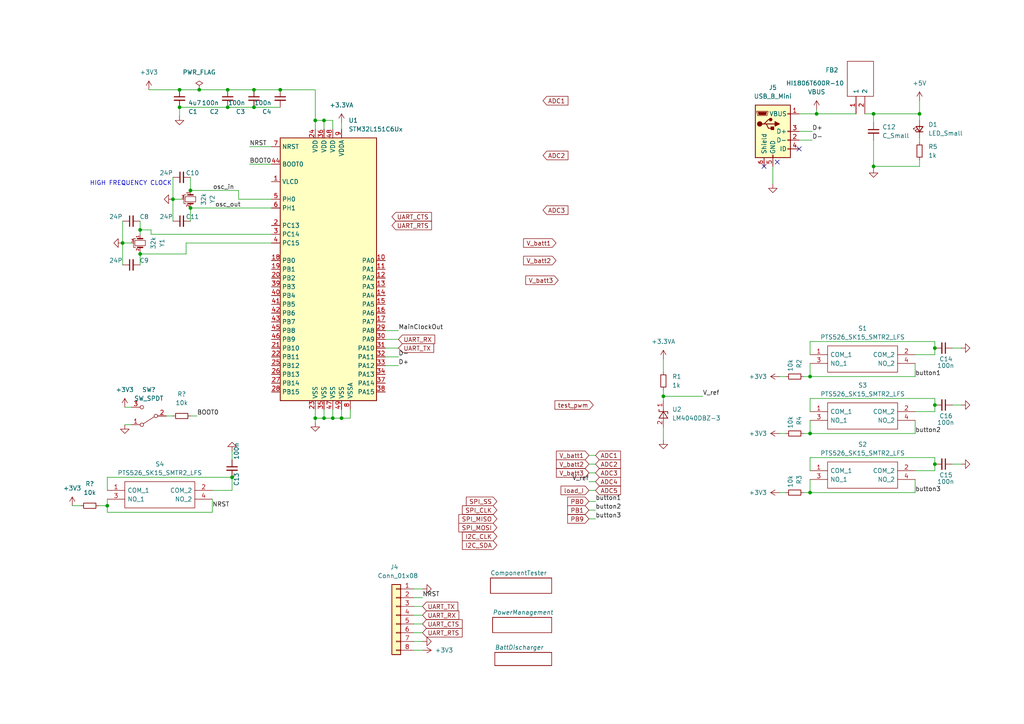
<source format=kicad_sch>
(kicad_sch (version 20211123) (generator eeschema)
  (paper "A4")
  (title_block (title "STM32-Li-ion-charger-dischager-LCD") (rev "2"))
  (lib_symbols
    (symbol "Connector:USB_B_Mini" (pin_names (offset 1.016))
      (property "Reference" "J" (at -5.08 11.43 0))
      (property "Value" "USB_B_Mini" (at -5.08 8.89 0))
      (symbol "USB_B_Mini_0_1"
        (rectangle (start -5.08 -7.62) (end 5.08 7.62) (stroke (width 0.254)) (fill (type background)))
        (circle (center -3.81 2.159) (radius 0.635) (stroke (width 0.254)) (fill (type outline)))
        (circle (center -0.635 3.429) (radius 0.381) (stroke (width 0.254)) (fill (type outline)))
        (rectangle (start -0.127 -7.62) (end 0.127 -6.858))
        (polyline (pts (xy -1.905 2.159) (xy 0.635 2.159)) (stroke (width 0.254)))
        (polyline (pts (xy -3.175 2.159) (xy -2.54 2.159) (xy -1.27 3.429) (xy -0.635 3.429)) (stroke (width 0.254)))
        (polyline (pts (xy -2.54 2.159) (xy -1.905 2.159) (xy -1.27 0.889) (xy 0 0.889)) (stroke (width 0.254)))
        (polyline (pts (xy 0.635 2.794) (xy 0.635 1.524) (xy 1.905 2.159) (xy 0.635 2.794)) (stroke (width 0.254)) (fill (type outline)))
        (polyline (pts (xy -4.318 5.588) (xy -1.778 5.588) (xy -2.032 4.826) (xy -4.064 4.826) (xy -4.318 5.588)) (fill (type outline)))
        (polyline (pts (xy -4.699 5.842) (xy -4.699 5.588) (xy -4.445 4.826) (xy -4.445 4.572) (xy -1.651 4.572) (xy -1.651 4.826) (xy -1.397 5.588) (xy -1.397 5.842) (xy -4.699 5.842)))
        (rectangle (start 0.254 1.27) (end -0.508 0.508) (stroke (width 0.254)) (fill (type outline)))
        (rectangle (start 5.08 -5.207) (end 4.318 -4.953))
        (rectangle (start 5.08 -2.667) (end 4.318 -2.413))
        (rectangle (start 5.08 -0.127) (end 4.318 0.127))
        (rectangle (start 5.08 4.953) (end 4.318 5.207))
      )
      (symbol "USB_B_Mini_1_1"
        (pin power_out line (at 7.62 5.08 180) (length 2.54) (name "VBUS") (number "1"))
        (pin bidirectional line (at 7.62 -2.54 180) (length 2.54) (name "D-") (number "2"))
        (pin bidirectional line (at 7.62 0 180) (length 2.54) (name "D+") (number "3"))
        (pin passive line (at 7.62 -5.08 180) (length 2.54) (name "ID") (number "4"))
        (pin power_out line (at 0 -10.16 90) (length 2.54) (name "GND") (number "5"))
        (pin passive line (at -2.54 -10.16 90) (length 2.54) (name "Shield") (number "6"))
      )
    )
    (symbol "Connector_Generic:Conn_01x08" (pin_names (offset 1.016) hide)
      (property "Reference" "J" (at 0 10.16 0))
      (property "Value" "Conn_01x08" (at 0 -12.7 0))
      (symbol "Conn_01x08_1_1"
        (rectangle (start -1.27 -10.033) (end 0 -10.287) (stroke (width 0.1524)))
        (rectangle (start -1.27 -7.493) (end 0 -7.747) (stroke (width 0.1524)))
        (rectangle (start -1.27 -4.953) (end 0 -5.207) (stroke (width 0.1524)))
        (rectangle (start -1.27 -2.413) (end 0 -2.667) (stroke (width 0.1524)))
        (rectangle (start -1.27 0.127) (end 0 -0.127) (stroke (width 0.1524)))
        (rectangle (start -1.27 2.667) (end 0 2.413) (stroke (width 0.1524)))
        (rectangle (start -1.27 5.207) (end 0 4.953) (stroke (width 0.1524)))
        (rectangle (start -1.27 7.747) (end 0 7.493) (stroke (width 0.1524)))
        (rectangle (start -1.27 8.89) (end 1.27 -11.43) (stroke (width 0.254)) (fill (type background)))
        (pin passive line (at -5.08 7.62 0) (length 3.81) (name "Pin_1") (number "1"))
        (pin passive line (at -5.08 5.08 0) (length 3.81) (name "Pin_2") (number "2"))
        (pin passive line (at -5.08 2.54 0) (length 3.81) (name "Pin_3") (number "3"))
        (pin passive line (at -5.08 0 0) (length 3.81) (name "Pin_4") (number "4"))
        (pin passive line (at -5.08 -2.54 0) (length 3.81) (name "Pin_5") (number "5"))
        (pin passive line (at -5.08 -5.08 0) (length 3.81) (name "Pin_6") (number "6"))
        (pin passive line (at -5.08 -7.62 0) (length 3.81) (name "Pin_7") (number "7"))
        (pin passive line (at -5.08 -10.16 0) (length 3.81) (name "Pin_8") (number "8"))
      )
    )
    (symbol "Device:C_Small" (pin_numbers hide) (pin_names (offset 0.254) hide)
      (property "Reference" "C" (at 0.254 1.778 0))
      (property "Value" "C_Small" (at 0.254 -2.032 0))
      (symbol "C_Small_0_1"
        (polyline (pts (xy -1.524 -0.508) (xy 1.524 -0.508)) (stroke (width 0.3302)))
        (polyline (pts (xy -1.524 0.508) (xy 1.524 0.508)) (stroke (width 0.3048)))
      )
      (symbol "C_Small_1_1"
        (pin passive line (at 0 2.54 270) (length 2.032) (name "~") (number "1"))
        (pin passive line (at 0 -2.54 90) (length 2.032) (name "~") (number "2"))
      )
    )
    (symbol "Device:Crystal_GND3_Small" (pin_names (offset 1.016) hide)
      (property "Reference" "Y" (at 0 5.08 0))
      (property "Value" "Crystal_GND3_Small" (at 0 3.175 0))
      (symbol "Crystal_GND3_Small_0_1"
        (rectangle (start -0.762 -1.524) (end 0.762 1.524))
        (polyline (pts (xy -1.27 -0.762) (xy -1.27 0.762)) (stroke (width 0.381)))
        (polyline (pts (xy 1.27 -0.762) (xy 1.27 0.762)) (stroke (width 0.381)))
        (polyline (pts (xy -1.27 -1.27) (xy -1.27 -1.905) (xy 1.27 -1.905) (xy 1.27 -1.27)))
      )
      (symbol "Crystal_GND3_Small_1_1"
        (pin passive line (at -2.54 0 0) (length 1.27) (name "1") (number "1"))
        (pin passive line (at 2.54 0 180) (length 1.27) (name "2") (number "2"))
        (pin passive line (at 0 -2.54 90) (length 0.635) (name "3") (number "3"))
      )
    )
    (symbol "Device:LED_Small" (pin_numbers hide) (pin_names (offset 0.254) hide)
      (property "Reference" "D" (at -1.27 3.175 0))
      (property "Value" "LED_Small" (at -4.445 -2.54 0))
      (symbol "LED_Small_0_1"
        (polyline (pts (xy -0.762 -1.016) (xy -0.762 1.016)) (stroke (width 0.254)))
        (polyline (pts (xy 1.016 0) (xy -0.762 0)))
        (polyline (pts (xy 0.762 -1.016) (xy -0.762 0) (xy 0.762 1.016) (xy 0.762 -1.016)) (stroke (width 0.254)))
        (polyline (pts (xy 0 0.762) (xy -0.508 1.27) (xy -0.254 1.27) (xy -0.508 1.27) (xy -0.508 1.016)))
        (polyline (pts (xy 0.508 1.27) (xy 0 1.778) (xy 0.254 1.778) (xy 0 1.778) (xy 0 1.524)))
      )
      (symbol "LED_Small_1_1"
        (pin passive line (at -2.54 0 0) (length 1.778) (name "K") (number "1"))
        (pin passive line (at 2.54 0 180) (length 1.778) (name "A") (number "2"))
      )
    )
    (symbol "Device:R_Small" (pin_numbers hide) (pin_names (offset 0.254) hide)
      (property "Reference" "R" (at 0.762 0.508 0))
      (property "Value" "R_Small" (at 0.762 -1.016 0))
      (symbol "R_Small_0_1"
        (rectangle (start -0.762 1.778) (end 0.762 -1.778) (stroke (width 0.2032)))
      )
      (symbol "R_Small_1_1"
        (pin passive line (at 0 2.54 270) (length 0.762) (name "~") (number "1"))
        (pin passive line (at 0 -2.54 90) (length 0.762) (name "~") (number "2"))
      )
    )
    (symbol "MCU_ST_STM32L1:STM32L151C6Ux"
      (property "Reference" "U" (at -15.24 39.37 0))
      (property "Value" "STM32L151C6Ux" (at 5.08 39.37 0))
      (symbol "STM32L151C6Ux_0_1"
        (rectangle (start -15.24 -38.1) (end 12.7 38.1) (stroke (width 0.254)) (fill (type background)))
      )
      (symbol "STM32L151C6Ux_1_1"
        (pin power_in line (at -17.78 25.4 0) (length 2.54) (name "VLCD") (number "1"))
        (pin bidirectional line (at 15.24 2.54 180) (length 2.54) (name "PA0") (number "10"))
        (pin bidirectional line (at 15.24 0 180) (length 2.54) (name "PA1") (number "11"))
        (pin bidirectional line (at 15.24 -2.54 180) (length 2.54) (name "PA2") (number "12"))
        (pin bidirectional line (at 15.24 -5.08 180) (length 2.54) (name "PA3") (number "13"))
        (pin bidirectional line (at 15.24 -7.62 180) (length 2.54) (name "PA4") (number "14"))
        (pin bidirectional line (at 15.24 -10.16 180) (length 2.54) (name "PA5") (number "15"))
        (pin bidirectional line (at 15.24 -12.7 180) (length 2.54) (name "PA6") (number "16"))
        (pin bidirectional line (at 15.24 -15.24 180) (length 2.54) (name "PA7") (number "17"))
        (pin bidirectional line (at -17.78 2.54 0) (length 2.54) (name "PB0") (number "18"))
        (pin bidirectional line (at -17.78 0 0) (length 2.54) (name "PB1") (number "19"))
        (pin bidirectional line (at -17.78 12.7 0) (length 2.54) (name "PC13") (number "2"))
        (pin bidirectional line (at -17.78 -2.54 0) (length 2.54) (name "PB2") (number "20"))
        (pin bidirectional line (at -17.78 -22.86 0) (length 2.54) (name "PB10") (number "21"))
        (pin bidirectional line (at -17.78 -25.4 0) (length 2.54) (name "PB11") (number "22"))
        (pin power_in line (at -5.08 -40.64 90) (length 2.54) (name "VSS") (number "23"))
        (pin power_in line (at -5.08 40.64 270) (length 2.54) (name "VDD") (number "24"))
        (pin bidirectional line (at -17.78 -27.94 0) (length 2.54) (name "PB12") (number "25"))
        (pin bidirectional line (at -17.78 -30.48 0) (length 2.54) (name "PB13") (number "26"))
        (pin bidirectional line (at -17.78 -33.02 0) (length 2.54) (name "PB14") (number "27"))
        (pin bidirectional line (at -17.78 -35.56 0) (length 2.54) (name "PB15") (number "28"))
        (pin bidirectional line (at 15.24 -17.78 180) (length 2.54) (name "PA8") (number "29"))
        (pin bidirectional line (at -17.78 10.16 0) (length 2.54) (name "PC14") (number "3"))
        (pin bidirectional line (at 15.24 -20.32 180) (length 2.54) (name "PA9") (number "30"))
        (pin bidirectional line (at 15.24 -22.86 180) (length 2.54) (name "PA10") (number "31"))
        (pin bidirectional line (at 15.24 -25.4 180) (length 2.54) (name "PA11") (number "32"))
        (pin bidirectional line (at 15.24 -27.94 180) (length 2.54) (name "PA12") (number "33"))
        (pin bidirectional line (at 15.24 -30.48 180) (length 2.54) (name "PA13") (number "34"))
        (pin power_in line (at -2.54 -40.64 90) (length 2.54) (name "VSS") (number "35"))
        (pin power_in line (at -2.54 40.64 270) (length 2.54) (name "VDD") (number "36"))
        (pin bidirectional line (at 15.24 -33.02 180) (length 2.54) (name "PA14") (number "37"))
        (pin bidirectional line (at 15.24 -35.56 180) (length 2.54) (name "PA15") (number "38"))
        (pin bidirectional line (at -17.78 -5.08 0) (length 2.54) (name "PB3") (number "39"))
        (pin bidirectional line (at -17.78 7.62 0) (length 2.54) (name "PC15") (number "4"))
        (pin bidirectional line (at -17.78 -7.62 0) (length 2.54) (name "PB4") (number "40"))
        (pin bidirectional line (at -17.78 -10.16 0) (length 2.54) (name "PB5") (number "41"))
        (pin bidirectional line (at -17.78 -12.7 0) (length 2.54) (name "PB6") (number "42"))
        (pin bidirectional line (at -17.78 -15.24 0) (length 2.54) (name "PB7") (number "43"))
        (pin input line (at -17.78 30.48 0) (length 2.54) (name "BOOT0") (number "44"))
        (pin bidirectional line (at -17.78 -17.78 0) (length 2.54) (name "PB8") (number "45"))
        (pin bidirectional line (at -17.78 -20.32 0) (length 2.54) (name "PB9") (number "46"))
        (pin power_in line (at 0 -40.64 90) (length 2.54) (name "VSS") (number "47"))
        (pin power_in line (at 0 40.64 270) (length 2.54) (name "VDD") (number "48"))
        (pin power_in line (at 2.54 -40.64 90) (length 2.54) (name "VSS") (number "49"))
        (pin input line (at -17.78 20.32 0) (length 2.54) (name "PH0") (number "5"))
        (pin input line (at -17.78 17.78 0) (length 2.54) (name "PH1") (number "6"))
        (pin input line (at -17.78 35.56 0) (length 2.54) (name "NRST") (number "7"))
        (pin power_in line (at 5.08 -40.64 90) (length 2.54) (name "VSSA") (number "8"))
        (pin power_in line (at 2.54 40.64 270) (length 2.54) (name "VDDA") (number "9"))
      )
    )
    (symbol "Reference_Voltage:LM4040DBZ-3" (pin_names (offset 0.0254) hide)
      (property "Reference" "U" (at 0 2.54 0))
      (property "Value" "LM4040DBZ-3" (at 0 -3.175 0))
      (symbol "LM4040DBZ-3_0_1"
        (polyline (pts (xy -1.27 0) (xy 0 0) (xy 1.27 0)))
        (polyline (pts (xy -1.27 -1.27) (xy 0.635 0) (xy -1.27 1.27) (xy -1.27 -1.27)) (stroke (width 0.2032)))
        (polyline (pts (xy 0 -1.27) (xy 0.635 -1.27) (xy 0.635 1.27) (xy 1.27 1.27)) (stroke (width 0.2032)))
      )
      (symbol "LM4040DBZ-3_1_1"
        (pin passive line (at 3.81 0 180) (length 2.54) (name "K") (number "1"))
        (pin passive line (at -3.81 0 0) (length 2.54) (name "A") (number "2"))
      )
    )
    (symbol "SamacSys_Parts:HI1806T600R-10" (pin_names (offset 0.762))
      (property "Reference" "FB" (at 16.51 7.62 0))
      (property "Value" "HI1806T600R-10" (at 16.51 5.08 0))
      (symbol "HI1806T600R-10_0_0"
        (pin passive line (at 0 0 0) (length 5.08) (name "1") (number "1"))
        (pin passive line (at 0 -2.54 0) (length 5.08) (name "2") (number "2"))
      )
      (symbol "HI1806T600R-10_0_1"
        (polyline (pts (xy 5.08 2.54) (xy 15.24 2.54) (xy 15.24 -5.08) (xy 5.08 -5.08) (xy 5.08 2.54)) (stroke (width 0.1524)))
      )
    )
    (symbol "SamacSys_Parts:PTS526_SK15_SMTR2_LFS" (pin_names (offset 0.762))
      (property "Reference" "S" (at 26.67 7.62 0))
      (property "Value" "PTS526_SK15_SMTR2_LFS" (at 26.67 5.08 0))
      (symbol "PTS526_SK15_SMTR2_LFS_0_0"
        (pin passive line (at 0 0 0) (length 5.08) (name "COM_1") (number "1"))
        (pin passive line (at 30.48 0 180) (length 5.08) (name "COM_2") (number "2"))
        (pin passive line (at 0 -2.54 0) (length 5.08) (name "NO_1") (number "3"))
        (pin passive line (at 30.48 -2.54 180) (length 5.08) (name "NO_2") (number "4"))
      )
      (symbol "PTS526_SK15_SMTR2_LFS_0_1"
        (polyline (pts (xy 5.08 2.54) (xy 25.4 2.54) (xy 25.4 -5.08) (xy 5.08 -5.08) (xy 5.08 2.54)) (stroke (width 0.1524)))
      )
    )
    (symbol "Switch:SW_SPDT" (pin_names (offset 0) hide)
      (property "Reference" "SW" (at 0 4.318 0))
      (property "Value" "SW_SPDT" (at 0 -5.08 0))
      (symbol "SW_SPDT_0_0"
        (circle (center -2.032 0) (radius 0.508))
        (circle (center 2.032 -2.54) (radius 0.508))
      )
      (symbol "SW_SPDT_0_1"
        (polyline (pts (xy -1.524 0.254) (xy 1.651 2.286)))
        (circle (center 2.032 2.54) (radius 0.508))
      )
      (symbol "SW_SPDT_1_1"
        (pin passive line (at 5.08 2.54 180) (length 2.54) (name "A") (number "1"))
        (pin passive line (at -5.08 0 0) (length 2.54) (name "B") (number "2"))
        (pin passive line (at 5.08 -2.54 180) (length 2.54) (name "C") (number "3"))
      )
    )
    (symbol "power:+3.3V" (power) (pin_names (offset 0))
      (property "Value" "+3.3V" (at 0 3.556 0))
      (symbol "+3.3V_0_1"
        (polyline (pts (xy -0.762 1.27) (xy 0 2.54)))
        (polyline (pts (xy 0 0) (xy 0 2.54)))
        (polyline (pts (xy 0 2.54) (xy 0.762 1.27)))
      )
      (symbol "+3.3V_1_1"
        (pin power_in line (at 0 0 90) (length 0) hide (name "+3V3") (number "1"))
      )
    )
    (symbol "power:+3.3VA" (power) (pin_names (offset 0))
      (property "Value" "+3.3VA" (at 0 3.556 0))
      (symbol "+3.3VA_0_1"
        (polyline (pts (xy -0.762 1.27) (xy 0 2.54)))
        (polyline (pts (xy 0 0) (xy 0 2.54)))
        (polyline (pts (xy 0 2.54) (xy 0.762 1.27)))
      )
      (symbol "+3.3VA_1_1"
        (pin power_in line (at 0 0 90) (length 0) hide (name "+3.3VA") (number "1"))
      )
    )
    (symbol "power:+5V" (power) (pin_names (offset 0))
      (property "Value" "+5V" (at 0 3.556 0))
      (symbol "+5V_0_1"
        (polyline (pts (xy -0.762 1.27) (xy 0 2.54)))
        (polyline (pts (xy 0 0) (xy 0 2.54)))
        (polyline (pts (xy 0 2.54) (xy 0.762 1.27)))
      )
      (symbol "+5V_1_1"
        (pin power_in line (at 0 0 90) (length 0) hide (name "+5V") (number "1"))
      )
    )
    (symbol "power:GND" (power) (pin_names (offset 0))
      (property "Value" "GND" (at 0 -3.81 0))
      (symbol "GND_0_1"
        (polyline (pts (xy 0 0) (xy 0 -1.27) (xy 1.27 -1.27) (xy 0 -2.54) (xy -1.27 -1.27) (xy 0 -1.27)))
      )
      (symbol "GND_1_1"
        (pin power_in line (at 0 0 270) (length 0) hide (name "GND") (number "1"))
      )
    )
    (symbol "power:PWR_FLAG" (power) (pin_numbers hide) (pin_names (offset 0) hide)
      (property "Value" "PWR_FLAG" (at 0 3.81 0))
      (symbol "PWR_FLAG_0_0"
        (pin power_out line (at 0 0 90) (length 0) (name "pwr") (number "1"))
      )
      (symbol "PWR_FLAG_0_1"
        (polyline (pts (xy 0 0) (xy 0 1.27) (xy -1.016 1.905) (xy 0 2.54) (xy 1.016 1.905) (xy 0 1.27)))
      )
    )
    (symbol "power:VBUS" (power) (pin_names (offset 0))
      (property "Value" "VBUS" (at 0 3.81 0))
      (symbol "VBUS_0_1"
        (polyline (pts (xy -0.762 1.27) (xy 0 2.54)))
        (polyline (pts (xy 0 0) (xy 0 2.54)))
        (polyline (pts (xy 0 2.54) (xy 0.762 1.27)))
      )
      (symbol "VBUS_1_1"
        (pin power_in line (at 0 0 90) (length 0) hide (name "VBUS") (number "1"))
      )
    )
  )
  (junction (at 253.365 33.02))
  (junction (at 52.07 26.035))
  (junction (at 93.98 121.285))
  (junction (at 73.66 31.115))
  (junction (at 73.66 26.035))
  (junction (at 99.06 121.285))
  (junction (at 81.28 26.035))
  (junction (at 91.44 34.925))
  (junction (at 271.145 134.62))
  (junction (at 55.245 55.245))
  (junction (at 40.64 66.675))
  (junction (at 253.365 48.26))
  (junction (at 234.9585 125.73))
  (junction (at 35.56 70.485))
  (junction (at 266.7 33.02))
  (junction (at 234.95 142.875))
  (junction (at 271.145 100.965))
  (junction (at 57.785 26.035))
  (junction (at 271.1535 117.475))
  (junction (at 52.07 31.115))
  (junction (at 40.64 73.66))
  (junction (at 66.04 26.035))
  (junction (at 236.855 33.02))
  (junction (at 67.31 138.43))
  (junction (at 50.165 57.785))
  (junction (at 93.98 34.925))
  (junction (at 66.04 31.115))
  (junction (at 96.52 121.285))
  (junction (at 91.44 121.285))
  (junction (at 31.115 146.685))
  (junction (at 55.245 60.325))
  (junction (at 234.95 109.22))
  (junction (at 192.405 114.935))
  (no_connect (at 221.615 48.26))
  (no_connect (at 225.425 46.99))
  (no_connect (at 231.775 43.18))
  (wire (pts (xy 234.9585 119.38) (xy 234.9585 115.57)))
  (wire (pts (xy 192.405 114.935) (xy 192.405 116.205)))
  (wire (pts (xy 253.365 48.26) (xy 253.365 40.64)))
  (wire (pts (xy 271.145 134.62) (xy 271.145 136.525)))
  (wire (pts (xy 234.95 102.87) (xy 234.95 99.06)))
  (wire (pts (xy 93.98 121.285) (xy 96.52 121.285)))
  (wire (pts (xy 226.0685 125.73) (xy 227.9735 125.73)))
  (wire (pts (xy 40.64 73.66) (xy 53.975 73.66)))
  (wire (pts (xy 78.74 67.945) (xy 43.815 67.945)))
  (wire (pts (xy 50.165 57.785) (xy 50.165 64.135)))
  (wire (pts (xy 170.815 137.16) (xy 172.72 137.16)))
  (wire (pts (xy 234.95 132.715) (xy 271.145 132.715)))
  (wire (pts (xy 233.045 109.22) (xy 234.95 109.22)))
  (wire (pts (xy 276.225 134.62) (xy 278.765 134.62)))
  (wire (pts (xy 91.44 34.925) (xy 93.98 34.925)))
  (wire (pts (xy 40.64 66.675) (xy 40.64 67.945)))
  (wire (pts (xy 73.66 26.035) (xy 81.28 26.035)))
  (wire (pts (xy 55.245 60.325) (xy 55.245 64.135)))
  (wire (pts (xy 111.76 106.045) (xy 115.57 106.045)))
  (wire (pts (xy 271.145 100.965) (xy 271.145 102.87)))
  (wire (pts (xy 111.76 103.505) (xy 115.57 103.505)))
  (wire (pts (xy 266.7 40.005) (xy 266.7 41.275)))
  (wire (pts (xy 91.44 121.285) (xy 93.98 121.285)))
  (wire (pts (xy 231.775 33.02) (xy 236.855 33.02)))
  (wire (pts (xy 35.56 70.485) (xy 35.56 76.835)))
  (wire (pts (xy 192.405 123.825) (xy 192.405 127.635)))
  (wire (pts (xy 101.6 118.745) (xy 101.6 121.285)))
  (wire (pts (xy 253.365 33.02) (xy 253.365 35.56)))
  (wire (pts (xy 91.44 26.035) (xy 81.28 26.035)))
  (wire (pts (xy 231.775 40.64) (xy 235.585 40.64)))
  (wire (pts (xy 96.52 37.465) (xy 96.52 34.925)))
  (wire (pts (xy 234.9585 125.73) (xy 234.9585 121.92)))
  (wire (pts (xy 91.44 34.925) (xy 91.44 37.465)))
  (wire (pts (xy 266.7 46.355) (xy 266.7 48.26)))
  (wire (pts (xy 93.98 34.925) (xy 93.98 37.465)))
  (wire (pts (xy 61.595 144.78) (xy 61.595 148.59)))
  (wire (pts (xy 99.06 35.56) (xy 99.06 37.465)))
  (wire (pts (xy 38.1 70.485) (xy 35.56 70.485)))
  (wire (pts (xy 31.115 142.24) (xy 31.115 138.43)))
  (wire (pts (xy 170.815 150.495) (xy 172.72 150.495)))
  (wire (pts (xy 93.98 34.925) (xy 96.52 34.925)))
  (wire (pts (xy 67.31 133.35) (xy 67.31 130.81)))
  (wire (pts (xy 253.365 33.02) (xy 266.7 33.02)))
  (wire (pts (xy 234.95 142.875) (xy 265.43 142.875)))
  (wire (pts (xy 69.215 55.245) (xy 55.245 55.245)))
  (wire (pts (xy 170.815 142.24) (xy 172.72 142.24)))
  (wire (pts (xy 250.825 33.02) (xy 253.365 33.02)))
  (wire (pts (xy 271.145 132.715) (xy 271.145 134.62)))
  (wire (pts (xy 81.28 31.115) (xy 73.66 31.115)))
  (wire (pts (xy 20.955 146.685) (xy 23.495 146.685)))
  (wire (pts (xy 55.245 120.65) (xy 57.15 120.65)))
  (wire (pts (xy 120.015 170.815) (xy 122.555 170.815)))
  (wire (pts (xy 50.165 51.435) (xy 50.165 57.785)))
  (wire (pts (xy 234.95 136.525) (xy 234.95 132.715)))
  (wire (pts (xy 67.31 142.24) (xy 61.595 142.24)))
  (wire (pts (xy 226.06 109.22) (xy 227.965 109.22)))
  (wire (pts (xy 52.705 57.785) (xy 50.165 57.785)))
  (wire (pts (xy 271.1535 117.475) (xy 271.1535 119.38)))
  (wire (pts (xy 40.64 64.135) (xy 40.64 66.675)))
  (wire (pts (xy 266.7 29.21) (xy 266.7 33.02)))
  (wire (pts (xy 120.015 186.055) (xy 122.555 186.055)))
  (wire (pts (xy 91.44 118.745) (xy 91.44 121.285)))
  (wire (pts (xy 40.64 73.025) (xy 40.64 73.66)))
  (wire (pts (xy 234.9585 125.73) (xy 265.4385 125.73)))
  (wire (pts (xy 43.815 66.675) (xy 40.64 66.675)))
  (wire (pts (xy 55.245 51.435) (xy 55.245 55.245)))
  (wire (pts (xy 226.06 142.875) (xy 227.965 142.875)))
  (wire (pts (xy 233.045 142.875) (xy 234.95 142.875)))
  (wire (pts (xy 170.815 132.08) (xy 172.72 132.08)))
  (wire (pts (xy 192.405 113.03) (xy 192.405 114.935)))
  (wire (pts (xy 53.975 70.485) (xy 78.74 70.485)))
  (wire (pts (xy 28.575 146.685) (xy 31.115 146.685)))
  (wire (pts (xy 31.115 148.59) (xy 31.115 146.685)))
  (wire (pts (xy 99.06 118.745) (xy 99.06 121.285)))
  (wire (pts (xy 271.145 102.87) (xy 265.43 102.87)))
  (wire (pts (xy 52.07 31.115) (xy 52.07 33.655)))
  (wire (pts (xy 271.1535 115.57) (xy 271.1535 117.475)))
  (wire (pts (xy 234.95 109.22) (xy 265.43 109.22)))
  (wire (pts (xy 234.95 99.06) (xy 271.145 99.06)))
  (wire (pts (xy 120.015 173.355) (xy 122.555 173.355)))
  (wire (pts (xy 40.64 73.66) (xy 40.64 76.835)))
  (wire (pts (xy 236.855 31.75) (xy 236.855 33.02)))
  (wire (pts (xy 265.43 139.065) (xy 265.43 142.875)))
  (wire (pts (xy 120.015 183.515) (xy 122.555 183.515)))
  (wire (pts (xy 265.43 105.41) (xy 265.43 109.22)))
  (wire (pts (xy 120.015 188.595) (xy 122.555 188.595)))
  (wire (pts (xy 271.1535 119.38) (xy 265.4385 119.38)))
  (wire (pts (xy 31.115 146.685) (xy 31.115 144.78)))
  (wire (pts (xy 233.0535 125.73) (xy 234.9585 125.73)))
  (wire (pts (xy 276.225 100.965) (xy 278.765 100.965)))
  (wire (pts (xy 31.115 138.43) (xy 67.31 138.43)))
  (wire (pts (xy 91.44 34.925) (xy 91.44 26.035)))
  (wire (pts (xy 271.145 99.06) (xy 271.145 100.965)))
  (wire (pts (xy 236.855 33.02) (xy 248.285 33.02)))
  (wire (pts (xy 266.7 48.26) (xy 253.365 48.26)))
  (wire (pts (xy 66.04 31.115) (xy 52.07 31.115)))
  (wire (pts (xy 43.18 26.035) (xy 52.07 26.035)))
  (wire (pts (xy 253.365 48.895) (xy 253.365 48.26)))
  (wire (pts (xy 52.07 26.035) (xy 57.785 26.035)))
  (wire (pts (xy 66.04 26.035) (xy 73.66 26.035)))
  (wire (pts (xy 266.7 33.02) (xy 266.7 34.925)))
  (wire (pts (xy 91.44 121.285) (xy 91.44 122.555)))
  (wire (pts (xy 234.95 109.22) (xy 234.95 105.41)))
  (wire (pts (xy 265.4385 121.92) (xy 265.4385 125.73)))
  (wire (pts (xy 67.31 138.43) (xy 67.31 142.24)))
  (wire (pts (xy 73.66 31.115) (xy 66.04 31.115)))
  (wire (pts (xy 192.405 104.14) (xy 192.405 107.95)))
  (wire (pts (xy 72.39 47.625) (xy 78.74 47.625)))
  (wire (pts (xy 55.245 60.325) (xy 78.74 60.325)))
  (wire (pts (xy 96.52 118.745) (xy 96.52 121.285)))
  (wire (pts (xy 36.195 118.11) (xy 38.1 118.11)))
  (wire (pts (xy 276.2335 117.475) (xy 278.7735 117.475)))
  (wire (pts (xy 120.015 178.435) (xy 122.555 178.435)))
  (wire (pts (xy 192.405 114.935) (xy 203.835 114.935)))
  (wire (pts (xy 36.195 123.19) (xy 38.1 123.19)))
  (wire (pts (xy 111.76 95.885) (xy 115.57 95.885)))
  (wire (pts (xy 111.76 98.425) (xy 115.57 98.425)))
  (wire (pts (xy 120.015 180.975) (xy 122.555 180.975)))
  (wire (pts (xy 271.145 136.525) (xy 265.43 136.525)))
  (wire (pts (xy 111.76 100.965) (xy 115.57 100.965)))
  (wire (pts (xy 224.155 48.26) (xy 224.155 53.34)))
  (wire (pts (xy 69.215 55.245) (xy 69.215 57.785)))
  (wire (pts (xy 120.015 175.895) (xy 122.555 175.895)))
  (wire (pts (xy 99.06 121.285) (xy 101.6 121.285)))
  (wire (pts (xy 35.56 64.135) (xy 35.56 70.485)))
  (wire (pts (xy 170.815 145.415) (xy 172.72 145.415)))
  (wire (pts (xy 48.26 120.65) (xy 50.165 120.65)))
  (wire (pts (xy 69.215 57.785) (xy 78.74 57.785)))
  (wire (pts (xy 170.815 139.7) (xy 172.72 139.7)))
  (wire (pts (xy 231.775 38.1) (xy 235.585 38.1)))
  (wire (pts (xy 234.9585 115.57) (xy 271.1535 115.57)))
  (wire (pts (xy 72.39 42.545) (xy 78.74 42.545)))
  (wire (pts (xy 96.52 121.285) (xy 99.06 121.285)))
  (wire (pts (xy 93.98 118.745) (xy 93.98 121.285)))
  (wire (pts (xy 170.815 147.955) (xy 172.72 147.955)))
  (wire (pts (xy 234.95 142.875) (xy 234.95 139.065)))
  (wire (pts (xy 57.785 26.035) (xy 66.04 26.035)))
  (wire (pts (xy 43.815 67.945) (xy 43.815 66.675)))
  (wire (pts (xy 170.815 134.62) (xy 172.72 134.62)))
  (wire (pts (xy 53.975 73.66) (xy 53.975 70.485)))
  (wire (pts (xy 61.595 148.59) (xy 31.115 148.59)))
  (text "HIGH FREQUENCY CLOCK" (at 26.035 53.975 0) (effects (font (size 1.27 1.27)) (justify left bottom)))
  (text "SD card" (at 360.045 72.39 0) (effects (font (size 1.27 1.27)) (justify left bottom)))
  (text "LCD" (at 349.885 107.95 0) (effects (font (size 1.27 1.27)) (justify left bottom)))
  (label "D-" (at 115.57 103.505 0))
  (label "button2" (at 265.4385 125.73 0))
  (label "D+" (at 235.585 38.1 0))
  (label "NRST" (at 72.39 42.545 0))
  (label "BOOT0" (at 57.15 120.65 0))
  (label "BOOT0" (at 72.39 47.625 0))
  (label "NRST" (at 61.595 147.32 0))
  (label "button2" (at 172.72 147.955 0))
  (label "osc_in" (at 67.945 55.245 180))
  (label "button3" (at 172.72 150.495 0))
  (label "button1" (at 172.72 145.415 0))
  (label "button1" (at 265.43 109.22 0))
  (label "D-" (at 235.585 40.64 0))
  (label "MainClockOut" (at 115.57 95.885 0))
  (label "NRST" (at 122.555 173.355 0))
  (label "button3" (at 265.43 142.875 0))
  (label "osc_out" (at 69.85 60.325 180))
  (label "V_ref" (at 203.835 114.935 0))
  (label "V_ref" (at 170.815 139.7 180))
  (label "D+" (at 115.57 106.045 0))
  (global_label "ADC3" (shape input) (at 157.48 60.96 0) (property "Intersheet References" "${INTERSHEET_REFS}" (effects hide)))
  (global_label "I2C_SDA" (shape input) (at 349.25 113.665 0) (property "Intersheet References" "${INTERSHEET_REFS}" (effects hide)))
  (global_label "SPI_MISO" (shape input) (at 360.68 81.915 0) (property "Intersheet References" "${INTERSHEET_REFS}" (effects hide)))
  (global_label "SPI_SS" (shape input) (at 144.145 145.415 180) (property "Intersheet References" "${INTERSHEET_REFS}" (effects hide)))
  (global_label "V_batt3" (shape input) (at 170.815 137.16 180) (property "Intersheet References" "${INTERSHEET_REFS}" (effects hide)))
  (global_label "load_I" (shape input) (at 170.815 142.24 180) (property "Intersheet References" "${INTERSHEET_REFS}" (effects hide)))
  (global_label "UART_TX" (shape input) (at 115.57 100.965 0) (property "Intersheet References" "${INTERSHEET_REFS}" (effects hide)))
  (global_label "SPI_MISO" (shape input) (at 144.145 150.495 180) (property "Intersheet References" "${INTERSHEET_REFS}" (effects hide)))
  (global_label "UART_RTS" (shape input) (at 122.555 183.515 0) (property "Intersheet References" "${INTERSHEET_REFS}" (effects hide)))
  (global_label "UART_TX" (shape input) (at 122.555 175.895 0) (property "Intersheet References" "${INTERSHEET_REFS}" (effects hide)))
  (global_label "SPI_MOSI" (shape input) (at 360.68 84.455 0) (property "Intersheet References" "${INTERSHEET_REFS}" (effects hide)))
  (global_label "UART_RX" (shape input) (at 115.57 98.425 0) (property "Intersheet References" "${INTERSHEET_REFS}" (effects hide)))
  (global_label "V_batt3" (shape input) (at 161.925 81.28 180) (property "Intersheet References" "${INTERSHEET_REFS}" (effects hide)))
  (global_label "ADC2" (shape input) (at 157.48 45.085 0) (property "Intersheet References" "${INTERSHEET_REFS}" (effects hide)))
  (global_label "I2C_CLK" (shape input) (at 349.25 116.205 0) (property "Intersheet References" "${INTERSHEET_REFS}" (effects hide)))
  (global_label "UART_CTS" (shape input) (at 113.665 62.865 0) (property "Intersheet References" "${INTERSHEET_REFS}" (effects hide)))
  (global_label "ADC1" (shape input) (at 313.055 58.42 0) (property "Intersheet References" "${INTERSHEET_REFS}" (effects hide)))
  (global_label "V_batt1" (shape input) (at 170.815 132.08 180) (property "Intersheet References" "${INTERSHEET_REFS}" (effects hide)))
  (global_label "V_batt2" (shape input) (at 170.815 134.62 180) (property "Intersheet References" "${INTERSHEET_REFS}" (effects hide)))
  (global_label "ADC5" (shape input) (at 172.72 142.24 0) (property "Intersheet References" "${INTERSHEET_REFS}" (effects hide)))
  (global_label "PB0" (shape input) (at 170.815 145.415 180) (property "Intersheet References" "${INTERSHEET_REFS}" (effects hide)))
  (global_label "SPI_SS2" (shape input) (at 360.68 76.835 0) (property "Intersheet References" "${INTERSHEET_REFS}" (effects hide)))
  (global_label "PB9" (shape input) (at 170.815 150.495 180) (property "Intersheet References" "${INTERSHEET_REFS}" (effects hide)))
  (global_label "ADC1" (shape input) (at 157.48 29.21 0) (property "Intersheet References" "${INTERSHEET_REFS}" (effects hide)))
  (global_label "ADC2" (shape input) (at 313.055 60.96 0) (property "Intersheet References" "${INTERSHEET_REFS}" (effects hide)))
  (global_label "UART_RX" (shape input) (at 122.555 178.435 0) (property "Intersheet References" "${INTERSHEET_REFS}" (effects hide)))
  (global_label "ADC2" (shape input) (at 172.72 134.62 0) (property "Intersheet References" "${INTERSHEET_REFS}" (effects hide)))
  (global_label "I2C_SDA" (shape input) (at 144.145 158.115 180) (property "Intersheet References" "${INTERSHEET_REFS}" (effects hide)))
  (global_label "PB1" (shape input) (at 170.815 147.955 180) (property "Intersheet References" "${INTERSHEET_REFS}" (effects hide)))
  (global_label "ADC4" (shape input) (at 172.72 139.7 0) (property "Intersheet References" "${INTERSHEET_REFS}" (effects hide)))
  (global_label "ADC3" (shape input) (at 313.055 63.5 0) (property "Intersheet References" "${INTERSHEET_REFS}" (effects hide)))
  (global_label "SPI_CLK" (shape input) (at 360.68 79.375 0) (property "Intersheet References" "${INTERSHEET_REFS}" (effects hide)))
  (global_label "UART_RTS" (shape input) (at 113.665 65.405 0) (property "Intersheet References" "${INTERSHEET_REFS}" (effects hide)))
  (global_label "I2C_CLK" (shape input) (at 144.145 155.575 180) (property "Intersheet References" "${INTERSHEET_REFS}" (effects hide)))
  (global_label "V_batt2" (shape input) (at 161.29 75.565 180) (property "Intersheet References" "${INTERSHEET_REFS}" (effects hide)))
  (global_label "ADC4" (shape input) (at 313.055 66.04 0) (property "Intersheet References" "${INTERSHEET_REFS}" (effects hide)))
  (global_label "SPI_CLK" (shape input) (at 144.145 147.955 180) (property "Intersheet References" "${INTERSHEET_REFS}" (effects hide)))
  (global_label "ADC3" (shape input) (at 172.72 137.16 0) (property "Intersheet References" "${INTERSHEET_REFS}" (effects hide)))
  (global_label "UART_CTS" (shape input) (at 122.555 180.975 0) (property "Intersheet References" "${INTERSHEET_REFS}" (effects hide)))
  (global_label "test_pwm" (shape input) (at 172.085 117.475 180) (property "Intersheet References" "${INTERSHEET_REFS}" (effects hide)))
  (global_label "SPI_MOSI" (shape input) (at 144.145 153.035 180) (property "Intersheet References" "${INTERSHEET_REFS}" (effects hide)))
  (global_label "V_batt1" (shape input) (at 161.29 70.485 180) (property "Intersheet References" "${INTERSHEET_REFS}" (effects hide)))
  (global_label "ADC1" (shape input) (at 172.72 132.08 0) (property "Intersheet References" "${INTERSHEET_REFS}" (effects hide)))
  (symbol (lib_id "Device:C_Small") (at 52.705 64.135 90) (unit 1)
    (property "Reference" "C11" (at 57.785 62.865 90) (effects (justify left)))
    (property "Value" "24P" (at 50.165 62.865 90) (effects (justify left)))
    (property "Footprint" "Capacitor_SMD:C_0603_1608Metric_Pad1.08x0.95mm_HandSolder" (effects hide))
  )
  (symbol (lib_id "SamacSys_Parts:PTS526_SK15_SMTR2_LFS") (at 31.115 142.24 0) (unit 1)
    (property "Reference" "S4" (at 46.355 134.62 0))
    (property "Value" "PTS526_SK15_SMTR2_LFS" (at 46.355 137.16 0))
    (property "Footprint" "PTS526SK15SMTR2LFS" (effects hide))
    (property "Datasheet" "https://www.ckswitches.com/media/2780/pts526.pdf" (effects hide))
    (property "Description" "Tact 5.2 x 5.2, 1.5 mm H, 260gf, G leads, No ground pin, metal actuator" (effects hide))
    (property "Height" "1.65" (effects hide))
    (property "Mouser Part Number" "611-PTS526SK15SMR2L" (effects hide))
    (property "Mouser Price/Stock" "https://www.mouser.co.uk/ProductDetail/CK/PTS526-SK15-SMTR2-LFS?qs=UXgszm6BlbF5Ezp94JAQtw%3D%3D" (effects hide))
    (property "Manufacturer_Name" "C & K COMPONENTS" (effects hide))
    (property "Manufacturer_Part_Number" "PTS526 SK15 SMTR2 LFS" (effects hide))
  )
  (symbol (lib_id "Device:R_Small") (at 266.7 43.815 0) (unit 1)
    (property "Reference" "R5" (at 269.24 42.5449 0) (effects (justify left)))
    (property "Value" "1k" (at 269.24 45.0849 0) (effects (justify left)))
    (property "Footprint" "Resistor_SMD:R_0603_1608Metric_Pad0.98x0.95mm_HandSolder" (effects hide))
  )
  (symbol (lib_id "power:GND") (at 192.405 127.635 0) (unit 1)
    (property "Reference" "#PWR0122" (effects hide))
    (property "Value" "GND" (effects hide))
  )
  (symbol (lib_id "MCU_ST_STM32L1:STM32L151C6Ux") (at 96.52 78.105 0) (unit 1)
    (property "Reference" "U1" (at 101.0794 34.925 0) (effects (justify left)))
    (property "Value" "STM32L151C6Ux" (at 101.0794 37.465 0) (effects (justify left)))
    (property "Footprint" "Package_DFN_QFN:QFN-48-1EP_7x7mm_P0.5mm_EP5.6x5.6mm" (effects hide))
    (property "Datasheet" "http://www.st.com/st-web-ui/static/active/en/resource/technical/document/datasheet/CD00277537.pdf" (effects hide))
  )
  (symbol (lib_id "Device:C_Small") (at 73.66 28.575 0) (mirror y) (unit 1)
    (property "Reference" "C3" (at 71.12 32.385 0) (effects (justify left)))
    (property "Value" "100n" (at 71.12 29.845 0) (effects (justify left)))
    (property "Footprint" "Capacitor_SMD:C_0603_1608Metric_Pad1.08x0.95mm_HandSolder" (effects hide))
  )
  (symbol (lib_id "power:GND") (at 349.25 85.09 0) (mirror y) (unit 1)
    (property "Reference" "#PWR0120" (effects hide))
    (property "Value" "GND" (effects hide))
  )
  (symbol (lib_id "Device:C_Small") (at 81.28 28.575 0) (mirror y) (unit 1)
    (property "Reference" "C4" (at 78.74 32.385 0) (effects (justify left)))
    (property "Value" "100n" (at 78.74 29.845 0) (effects (justify left)))
    (property "Footprint" "Capacitor_SMD:C_0603_1608Metric_Pad1.08x0.95mm_HandSolder" (effects hide))
  )
  (symbol (lib_id "Device:C_Small") (at 253.365 38.1 0) (unit 1)
    (property "Reference" "C12" (at 255.905 36.8362 0) (effects (justify left)))
    (property "Value" "C_Small" (at 255.905 39.37 0) (effects (justify left)))
    (property "Footprint" "Capacitor_SMD:C_0603_1608Metric_Pad1.08x0.95mm_HandSolder" (effects hide))
  )
  (symbol (lib_id "Device:C_Small") (at 273.685 134.62 270) (unit 1)
    (property "Reference" "C15" (at 272.415 137.795 90) (effects (justify left)))
    (property "Value" "100n" (at 271.78 139.7 90) (effects (justify left)))
    (property "Footprint" "Capacitor_SMD:C_0603_1608Metric_Pad1.08x0.95mm_HandSolder" (effects hide))
  )
  (symbol (lib_id "power:GND") (at 36.195 123.19 0) (mirror y) (unit 1)
    (property "Reference" "#PWR?" (effects hide))
    (property "Value" "GND" (effects hide))
  )
  (symbol (lib_id "Device:R_Small") (at 26.035 146.685 90) (unit 1)
    (property "Reference" "R?" (at 26.035 140.335 90))
    (property "Value" "10k" (at 26.035 142.875 90))
    (property "Footprint" "Resistor_SMD:R_0603_1608Metric_Pad0.98x0.95mm_HandSolder" (effects hide))
  )
  (symbol (lib_id "power:GND") (at 253.365 48.895 0) (unit 1)
    (property "Reference" "#PWR0134" (effects hide))
    (property "Value" "GND" (effects hide))
  )
  (symbol (lib_id "power:+3.3V") (at 43.18 26.035 0) (unit 1)
    (property "Reference" "#PWR0102" (effects hide))
    (property "Value" "+3.3V" (at 43.18 20.955 0))
  )
  (symbol (lib_id "Device:R_Small") (at 230.505 142.875 270) (mirror x) (unit 1)
    (property "Reference" "R3" (at 231.775 137.795 0) (effects (justify right)))
    (property "Value" "10k" (at 229.235 137.795 0) (effects (justify right)))
    (property "Footprint" "Resistor_SMD:R_0603_1608Metric_Pad0.98x0.95mm_HandSolder" (effects hide))
  )
  (symbol (lib_id "power:+3.3V") (at 226.06 142.875 90) (unit 1)
    (property "Reference" "#PWR0121" (effects hide))
    (property "Value" "+3.3V" (at 217.17 142.875 90) (effects (justify right)))
  )
  (symbol (lib_id "power:GND") (at 122.555 186.055 90) (unit 1)
    (property "Reference" "#PWR0129" (effects hide))
    (property "Value" "GND" (effects hide))
  )
  (symbol (lib_id "Device:Crystal_GND3_Small") (at 40.64 70.485 270) (unit 1)
    (property "Reference" "Y1" (at 46.99 70.485 0))
    (property "Value" "32k" (at 44.45 70.485 0))
  )
  (symbol (lib_id "Device:C_Small") (at 273.6935 117.475 270) (unit 1)
    (property "Reference" "C16" (at 272.4235 120.65 90) (effects (justify left)))
    (property "Value" "100n" (at 271.7885 122.555 90) (effects (justify left)))
    (property "Footprint" "Capacitor_SMD:C_0603_1608Metric_Pad1.08x0.95mm_HandSolder" (effects hide))
  )
  (symbol (lib_id "power:GND") (at 67.31 130.81 0) (mirror x) (unit 1)
    (property "Reference" "#PWR0133" (effects hide))
    (property "Value" "GND" (effects hide))
  )
  (symbol (lib_id "power:GND") (at 35.56 70.485 270) (mirror x) (unit 1)
    (property "Reference" "#PWR0116" (effects hide))
    (property "Value" "GND" (effects hide))
  )
  (symbol (lib_id "Device:LED_Small") (at 266.7 37.465 90) (unit 1)
    (property "Reference" "D1" (at 269.24 36.1314 90) (effects (justify right)))
    (property "Value" "LED_Small" (at 269.24 38.6714 90) (effects (justify right)))
    (property "Footprint" "LED_SMD:LED_0603_1608Metric_Pad1.05x0.95mm_HandSolder" (effects hide))
  )
  (symbol (lib_id "power:GND") (at 278.765 134.62 90) (mirror x) (unit 1)
    (property "Reference" "#PWR0125" (effects hide))
    (property "Value" "GND" (effects hide))
  )
  (symbol (lib_id "power:GND") (at 224.155 53.34 0) (unit 1)
    (property "Reference" "#PWR0119" (effects hide))
    (property "Value" "GND" (effects hide))
  )
  (symbol (lib_id "Device:C_Small") (at 66.04 28.575 0) (mirror y) (unit 1)
    (property "Reference" "C2" (at 63.5 32.385 0) (effects (justify left)))
    (property "Value" "100n" (at 63.5 29.845 0) (effects (justify left)))
    (property "Footprint" "Capacitor_SMD:C_0603_1608Metric_Pad1.08x0.95mm_HandSolder" (effects hide))
  )
  (symbol (lib_id "SamacSys_Parts:PTS526_SK15_SMTR2_LFS") (at 234.95 136.525 0) (unit 1)
    (property "Reference" "S2" (at 250.19 128.905 0))
    (property "Value" "PTS526_SK15_SMTR2_LFS" (at 250.19 131.445 0))
    (property "Footprint" "PTS526SK15SMTR2LFS" (effects hide))
    (property "Datasheet" "https://www.ckswitches.com/media/2780/pts526.pdf" (effects hide))
    (property "Description" "Tact 5.2 x 5.2, 1.5 mm H, 260gf, G leads, No ground pin, metal actuator" (effects hide))
    (property "Height" "1.65" (effects hide))
    (property "Mouser Part Number" "611-PTS526SK15SMR2L" (effects hide))
    (property "Mouser Price/Stock" "https://www.mouser.co.uk/ProductDetail/CK/PTS526-SK15-SMTR2-LFS?qs=UXgszm6BlbF5Ezp94JAQtw%3D%3D" (effects hide))
    (property "Manufacturer_Name" "C & K COMPONENTS" (effects hide))
    (property "Manufacturer_Part_Number" "PTS526 SK15 SMTR2 LFS" (effects hide))
  )
  (symbol (lib_id "SamacSys_Parts:HI1806T600R-10") (at 248.285 33.02 90) (unit 1)
    (property "Reference" "FB2" (at 239.395 20.32 90) (effects (justify right)))
    (property "Value" "HI1806T600R-10" (at 227.965 24.13 90) (effects (justify right)))
    (property "Footprint" "SamacSys_Parts:BEADC4516X185N" (effects hide))
    (property "Datasheet" "https://componentsearchengine.com/Datasheets/2/HI1806T600R-10.pdf" (effects hide))
    (property "Description" "FERRITE BEAD 60 OHM 1806 1LN" (effects hide))
    (property "Height" "1.85" (effects hide))
    (property "Mouser Part Number" "875-HI1806T600R-10" (effects hide))
    (property "Mouser Price/Stock" "https://www.mouser.com/Search/Refine.aspx?Keyword=875-HI1806T600R-10" (effects hide))
    (property "Manufacturer_Name" "Laird Technologies" (effects hide))
    (property "Manufacturer_Part_Number" "HI1806T600R-10" (effects hide))
  )
  (symbol (lib_id "Device:C_Small") (at 38.1 64.135 90) (unit 1)
    (property "Reference" "C8" (at 43.18 62.865 90) (effects (justify left)))
    (property "Value" "24P" (at 35.56 62.865 90) (effects (justify left)))
    (property "Footprint" "Capacitor_SMD:C_0603_1608Metric_Pad1.08x0.95mm_HandSolder" (effects hide))
  )
  (symbol (lib_id "Connector:USB_B_Mini") (at 224.155 38.1 0) (unit 1)
    (property "Reference" "J5" (at 224.155 25.4 0))
    (property "Value" "USB_B_Mini" (at 224.155 27.94 0))
  )
  (symbol (lib_id "power:GND") (at 91.44 122.555 0) (unit 1)
    (property "Reference" "#PWR0140" (effects hide))
    (property "Value" "GND" (effects hide))
  )
  (symbol (lib_id "Device:C_Small") (at 52.07 28.575 0) (unit 1)
    (property "Reference" "C1" (at 54.61 32.385 0) (effects (justify left)))
    (property "Value" "4u7" (at 54.61 29.845 0) (effects (justify left)))
    (property "Footprint" "Capacitor_SMD:C_0603_1608Metric_Pad1.08x0.95mm_HandSolder" (effects hide))
  )
  (symbol (lib_id "Device:C_Small") (at 52.705 51.435 90) (unit 1)
    (property "Reference" "C10" (at 57.785 50.165 90) (effects (justify left)))
    (property "Value" "24P" (at 50.165 50.165 90) (effects (justify left)))
    (property "Footprint" "Capacitor_SMD:C_0603_1608Metric_Pad1.08x0.95mm_HandSolder" (effects hide))
  )
  (symbol (lib_id "Device:R_Small") (at 192.405 110.49 0) (unit 1)
    (property "Reference" "R1" (at 194.945 109.2199 0) (effects (justify left)))
    (property "Value" "1k" (at 194.945 111.7599 0) (effects (justify left)))
    (property "Footprint" "Resistor_SMD:R_0603_1608Metric_Pad0.98x0.95mm_HandSolder" (effects hide))
  )
  (symbol (lib_id "Connector_Generic:Conn_01x08") (at 114.935 178.435 0) (mirror y) (unit 1)
    (property "Reference" "J4" (at 115.57 164.465 0) (effects (justify left)))
    (property "Value" "Conn_01x08" (at 121.285 167.005 0) (effects (justify left)))
    (property "Footprint" "Connector_PinHeader_2.54mm:PinHeader_1x08_P2.54mm_Vertical" (effects hide))
  )
  (symbol (lib_id "Device:C_Small") (at 67.31 135.89 0) (unit 1)
    (property "Reference" "C13" (at 68.58 140.97 90) (effects (justify left)))
    (property "Value" "100n" (at 68.58 133.35 90) (effects (justify left)))
    (property "Footprint" "Capacitor_SMD:C_0603_1608Metric_Pad1.08x0.95mm_HandSolder" (effects hide))
  )
  (symbol (lib_id "power:+3.3V") (at 122.555 188.595 270) (unit 1)
    (property "Reference" "#PWR0128" (effects hide))
    (property "Value" "+3.3V" (at 131.445 188.595 90) (effects (justify right)))
  )
  (symbol (lib_id "Switch:SW_SPDT") (at 43.18 120.65 180) (unit 1)
    (property "Reference" "SW?" (at 43.18 113.03 0))
    (property "Value" "SW_SPDT" (at 43.18 115.57 0))
  )
  (symbol (lib_id "power:+3.3V") (at 226.0685 125.73 90) (unit 1)
    (property "Reference" "#PWR0123" (effects hide))
    (property "Value" "+3.3V" (at 217.1785 125.73 90) (effects (justify right)))
  )
  (symbol (lib_id "Device:C_Small") (at 38.1 76.835 90) (unit 1)
    (property "Reference" "C9" (at 43.18 75.565 90) (effects (justify left)))
    (property "Value" "24P" (at 35.56 75.565 90) (effects (justify left)))
    (property "Footprint" "Capacitor_SMD:C_0603_1608Metric_Pad1.08x0.95mm_HandSolder" (effects hide))
  )
  (symbol (lib_id "power:VBUS") (at 236.855 31.75 0) (unit 1)
    (property "Reference" "#PWR0136" (effects hide))
    (property "Value" "VBUS" (at 236.855 26.67 0))
  )
  (symbol (lib_id "SamacSys_Parts:PTS526_SK15_SMTR2_LFS") (at 234.9585 119.38 0) (unit 1)
    (property "Reference" "S3" (at 250.1985 111.76 0))
    (property "Value" "PTS526_SK15_SMTR2_LFS" (at 250.1985 114.3 0))
    (property "Footprint" "PTS526SK15SMTR2LFS" (effects hide))
    (property "Datasheet" "https://www.ckswitches.com/media/2780/pts526.pdf" (effects hide))
    (property "Description" "Tact 5.2 x 5.2, 1.5 mm H, 260gf, G leads, No ground pin, metal actuator" (effects hide))
    (property "Height" "1.65" (effects hide))
    (property "Mouser Part Number" "611-PTS526SK15SMR2L" (effects hide))
    (property "Mouser Price/Stock" "https://www.mouser.co.uk/ProductDetail/CK/PTS526-SK15-SMTR2-LFS?qs=UXgszm6BlbF5Ezp94JAQtw%3D%3D" (effects hide))
    (property "Manufacturer_Name" "C & K COMPONENTS" (effects hide))
    (property "Manufacturer_Part_Number" "PTS526 SK15 SMTR2 LFS" (effects hide))
  )
  (symbol (lib_id "power:+3.3V") (at 36.195 118.11 0) (mirror y) (unit 1)
    (property "Reference" "#PWR?" (effects hide))
    (property "Value" "+3.3V" (at 36.195 113.03 0))
  )
  (symbol (lib_id "power:GND") (at 122.555 170.815 90) (unit 1)
    (property "Reference" "#PWR0126" (effects hide))
    (property "Value" "GND" (effects hide))
  )
  (symbol (lib_id "Device:C_Small") (at 273.685 100.965 270) (unit 1)
    (property "Reference" "C14" (at 272.415 104.14 90) (effects (justify left)))
    (property "Value" "100n" (at 271.78 106.045 90) (effects (justify left)))
    (property "Footprint" "Capacitor_SMD:C_0603_1608Metric_Pad1.08x0.95mm_HandSolder" (effects hide))
  )
  (symbol (lib_id "power:GND") (at 339.725 117.475 0) (mirror y) (unit 1)
    (property "Reference" "#PWR0137" (effects hide))
    (property "Value" "GND" (effects hide))
  )
  (symbol (lib_id "power:+3.3V") (at 20.955 146.685 0) (mirror y) (unit 1)
    (property "Reference" "#PWR?" (effects hide))
    (property "Value" "+3.3V" (at 20.955 141.605 0))
  )
  (symbol (lib_id "power:GND") (at 50.165 57.785 270) (mirror x) (unit 1)
    (property "Reference" "#PWR0115" (effects hide))
    (property "Value" "GND" (effects hide))
  )
  (symbol (lib_id "power:+5V") (at 266.7 29.21 0) (unit 1)
    (property "Reference" "#PWR0135" (effects hide))
    (property "Value" "+5V" (at 266.7 24.13 0))
  )
  (symbol (lib_id "power:+3.3V") (at 353.06 77.47 0) (mirror y) (unit 1)
    (property "Reference" "#PWR0139" (effects hide))
    (property "Value" "+3.3V" (at 353.06 72.39 0))
  )
  (symbol (lib_id "power:+3.3V") (at 226.06 109.22 90) (unit 1)
    (property "Reference" "#PWR0124" (effects hide))
    (property "Value" "+3.3V" (at 217.17 109.22 90) (effects (justify right)))
  )
  (symbol (lib_id "power:+3.3VA") (at 192.405 104.14 0) (mirror y) (unit 1)
    (property "Reference" "#PWR0118" (effects hide))
    (property "Value" "+3.3VA" (at 192.405 99.06 0))
  )
  (symbol (lib_id "Device:R_Small") (at 52.705 120.65 90) (unit 1)
    (property "Reference" "R?" (at 52.705 114.3 90))
    (property "Value" "10k" (at 52.705 116.84 90))
    (property "Footprint" "Resistor_SMD:R_0603_1608Metric_Pad0.98x0.95mm_HandSolder" (effects hide))
  )
  (symbol (lib_id "Device:R_Small") (at 230.5135 125.73 270) (mirror x) (unit 1)
    (property "Reference" "R4" (at 231.7835 120.65 0) (effects (justify right)))
    (property "Value" "10k" (at 229.2435 120.65 0) (effects (justify right)))
    (property "Footprint" "Resistor_SMD:R_0603_1608Metric_Pad0.98x0.95mm_HandSolder" (effects hide))
  )
  (symbol (lib_id "Reference_Voltage:LM4040DBZ-3") (at 192.405 120.015 90) (unit 1)
    (property "Reference" "U2" (at 194.945 118.7449 90) (effects (justify right)))
    (property "Value" "LM4040DBZ-3" (at 194.945 121.2849 90) (effects (justify right)))
    (property "Footprint" "Package_TO_SOT_SMD:SOT-23" (effects hide))
    (property "Datasheet" "http://www.ti.com/lit/ds/symlink/lm4040-n.pdf" (effects hide))
  )
  (symbol (lib_id "power:+3.3VA") (at 99.06 35.56 0) (mirror y) (unit 1)
    (property "Reference" "#PWR?" (effects hide))
    (property "Value" "+3.3VA" (at 99.06 30.48 0))
  )
  (symbol (lib_id "power:+3.3V") (at 343.535 109.855 0) (mirror y) (unit 1)
    (property "Reference" "#PWR0138" (effects hide))
    (property "Value" "+3.3V" (at 343.535 104.775 0))
  )
  (symbol (lib_id "Device:Crystal_GND3_Small") (at 55.245 57.785 270) (unit 1)
    (property "Reference" "Y2" (at 61.595 57.785 0))
    (property "Value" "32k" (at 59.055 57.785 0))
  )
  (symbol (lib_id "power:GND") (at 278.7735 117.475 90) (mirror x) (unit 1)
    (property "Reference" "#PWR0132" (effects hide))
    (property "Value" "GND" (effects hide))
  )
  (symbol (lib_id "power:PWR_FLAG") (at 57.785 26.035 0) (unit 1)
    (property "Reference" "#FLG0101" (effects hide))
    (property "Value" "PWR_FLAG" (at 57.785 20.955 0))
  )
  (symbol (lib_id "power:GND") (at 52.07 33.655 0) (mirror y) (unit 1)
    (property "Reference" "#PWR0101" (effects hide))
    (property "Value" "GND" (effects hide))
  )
  (symbol (lib_id "Device:R_Small") (at 230.505 109.22 270) (mirror x) (unit 1)
    (property "Reference" "R2" (at 231.775 104.14 0) (effects (justify right)))
    (property "Value" "10k" (at 229.235 104.14 0) (effects (justify right)))
    (property "Footprint" "Resistor_SMD:R_0603_1608Metric_Pad0.98x0.95mm_HandSolder" (effects hide))
  )
  (symbol (lib_id "power:GND") (at 278.765 100.965 90) (mirror x) (unit 1)
    (property "Reference" "#PWR0131" (effects hide))
    (property "Value" "GND" (effects hide))
  )
  (symbol (lib_id "SamacSys_Parts:PTS526_SK15_SMTR2_LFS") (at 234.95 102.87 0) (unit 1)
    (property "Reference" "S1" (at 250.19 95.25 0))
    (property "Value" "PTS526_SK15_SMTR2_LFS" (at 250.19 97.79 0))
    (property "Footprint" "PTS526SK15SMTR2LFS" (effects hide))
    (property "Datasheet" "https://www.ckswitches.com/media/2780/pts526.pdf" (effects hide))
    (property "Description" "Tact 5.2 x 5.2, 1.5 mm H, 260gf, G leads, No ground pin, metal actuator" (effects hide))
    (property "Height" "1.65" (effects hide))
    (property "Mouser Part Number" "611-PTS526SK15SMR2L" (effects hide))
    (property "Mouser Price/Stock" "https://www.mouser.co.uk/ProductDetail/CK/PTS526-SK15-SMTR2-LFS?qs=UXgszm6BlbF5Ezp94JAQtw%3D%3D" (effects hide))
    (property "Manufacturer_Name" "C & K COMPONENTS" (effects hide))
    (property "Manufacturer_Part_Number" "PTS526 SK15 SMTR2 LFS" (effects hide))
  )
  (sheet (at 142.875 179.07) (size 17.145 4.445) (stroke (width 0.1524))
    (property "Sheet name" "PowerManagement" (at 142.875 178.3584 0) (effects (font italic) (justify left bottom)))
    (property "Sheet file" "PowerManagement.kicad_sch" (effects hide))
  )
  (sheet (at 143.51 189.23) (size 16.51 3.81) (stroke (width 0.1524))
    (property "Sheet name" "BattDischarger" (at 143.51 188.5184 0) (effects (font italic) (justify left bottom)))
    (property "Sheet file" "BattDischarger.kicad_sch" (effects hide))
  )
  (sheet (at 142.24 167.64) (size 17.78 4.445) (stroke (width 0.1524))
    (property "Sheet name" "ComponentTester" (at 142.24 166.9284 0) (effects (justify left bottom)))
    (property "Sheet file" "ComponentTester.kicad_sch" (effects hide))
  )
)
</source>
